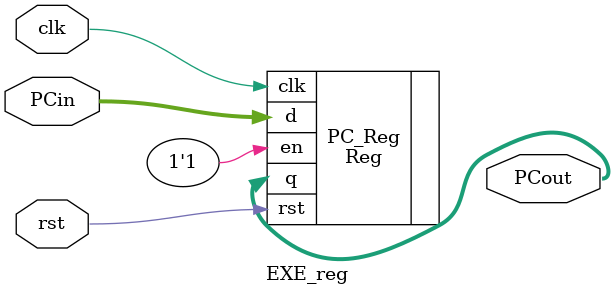
<source format=v>
module EXE_reg (clk, rst, PCin, PCout);
input clk;
input rst;
input [31:0] PCin;
output [31:0] PCout;

	Reg #(.WIDTH(32)) PC_Reg (
		.clk(clk),
		.rst(rst),
		.d(PCin),
		.en(1'b1),
		.q(PCout)
		);

endmodule 
</source>
